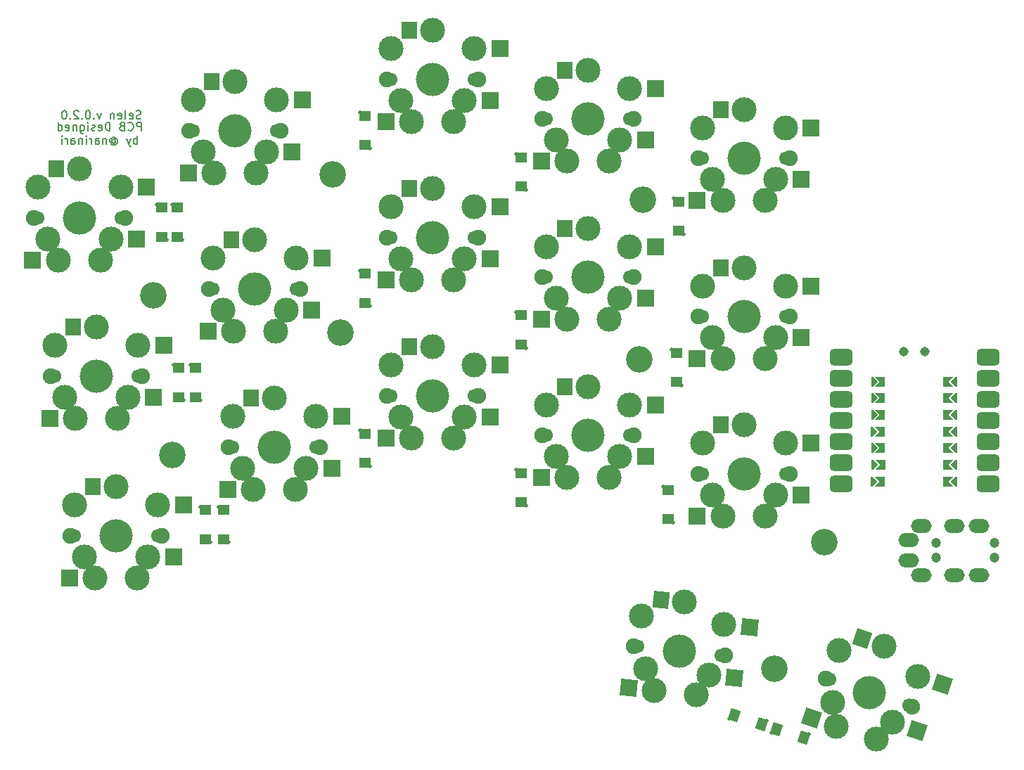
<source format=gbs>
%TF.GenerationSoftware,KiCad,Pcbnew,(6.0.7)*%
%TF.CreationDate,2022-09-04T11:35:24+09:00*%
%TF.ProjectId,selen-full,73656c65-6e2d-4667-956c-6c2e6b696361,rev?*%
%TF.SameCoordinates,Original*%
%TF.FileFunction,Soldermask,Bot*%
%TF.FilePolarity,Negative*%
%FSLAX46Y46*%
G04 Gerber Fmt 4.6, Leading zero omitted, Abs format (unit mm)*
G04 Created by KiCad (PCBNEW (6.0.7)) date 2022-09-04 11:35:24*
%MOMM*%
%LPD*%
G01*
G04 APERTURE LIST*
G04 Aperture macros list*
%AMRoundRect*
0 Rectangle with rounded corners*
0 $1 Rounding radius*
0 $2 $3 $4 $5 $6 $7 $8 $9 X,Y pos of 4 corners*
0 Add a 4 corners polygon primitive as box body*
4,1,4,$2,$3,$4,$5,$6,$7,$8,$9,$2,$3,0*
0 Add four circle primitives for the rounded corners*
1,1,$1+$1,$2,$3*
1,1,$1+$1,$4,$5*
1,1,$1+$1,$6,$7*
1,1,$1+$1,$8,$9*
0 Add four rect primitives between the rounded corners*
20,1,$1+$1,$2,$3,$4,$5,0*
20,1,$1+$1,$4,$5,$6,$7,0*
20,1,$1+$1,$6,$7,$8,$9,0*
20,1,$1+$1,$8,$9,$2,$3,0*%
%AMRotRect*
0 Rectangle, with rotation*
0 The origin of the aperture is its center*
0 $1 length*
0 $2 width*
0 $3 Rotation angle, in degrees counterclockwise*
0 Add horizontal line*
21,1,$1,$2,0,0,$3*%
%AMFreePoly0*
4,1,6,0.600000,0.200000,0.000000,-0.400000,-0.600000,0.200000,-0.600000,0.400000,0.600000,0.400000,0.600000,0.200000,0.600000,0.200000,$1*%
%AMFreePoly1*
4,1,6,0.600000,-0.250000,-0.600000,-0.250000,-0.600000,1.000000,0.000000,0.400000,0.600000,1.000000,0.600000,-0.250000,0.600000,-0.250000,$1*%
G04 Aperture macros list end*
%ADD10C,0.150000*%
%ADD11R,1.400000X1.200000*%
%ADD12C,0.500000*%
%ADD13RotRect,1.200000X1.400000X342.000000*%
%ADD14C,3.200000*%
%ADD15C,3.000000*%
%ADD16C,1.700000*%
%ADD17C,1.900000*%
%ADD18C,4.000000*%
%ADD19R,2.000000X2.000000*%
%ADD20R,1.900000X2.000000*%
%ADD21RotRect,2.000000X2.000000X354.000000*%
%ADD22RotRect,1.900000X2.000000X354.000000*%
%ADD23RotRect,1.200000X1.400000X162.000000*%
%ADD24RotRect,2.000000X2.000000X342.000000*%
%ADD25RotRect,1.900000X2.000000X342.000000*%
%ADD26C,1.200000*%
%ADD27O,2.500000X1.700000*%
%ADD28RoundRect,0.499745X-0.874395X-0.499745X0.874395X-0.499745X0.874395X0.499745X-0.874395X0.499745X0*%
%ADD29FreePoly0,270.000000*%
%ADD30FreePoly0,90.000000*%
%ADD31FreePoly1,90.000000*%
%ADD32FreePoly1,270.000000*%
%ADD33C,1.143000*%
G04 APERTURE END LIST*
D10*
X107761904Y-69004761D02*
X107619047Y-69052380D01*
X107380952Y-69052380D01*
X107285714Y-69004761D01*
X107238095Y-68957142D01*
X107190476Y-68861904D01*
X107190476Y-68766666D01*
X107238095Y-68671428D01*
X107285714Y-68623809D01*
X107380952Y-68576190D01*
X107571428Y-68528571D01*
X107666666Y-68480952D01*
X107714285Y-68433333D01*
X107761904Y-68338095D01*
X107761904Y-68242857D01*
X107714285Y-68147619D01*
X107666666Y-68100000D01*
X107571428Y-68052380D01*
X107333333Y-68052380D01*
X107190476Y-68100000D01*
X106380952Y-69004761D02*
X106476190Y-69052380D01*
X106666666Y-69052380D01*
X106761904Y-69004761D01*
X106809523Y-68909523D01*
X106809523Y-68528571D01*
X106761904Y-68433333D01*
X106666666Y-68385714D01*
X106476190Y-68385714D01*
X106380952Y-68433333D01*
X106333333Y-68528571D01*
X106333333Y-68623809D01*
X106809523Y-68719047D01*
X105761904Y-69052380D02*
X105857142Y-69004761D01*
X105904761Y-68909523D01*
X105904761Y-68052380D01*
X105000000Y-69004761D02*
X105095238Y-69052380D01*
X105285714Y-69052380D01*
X105380952Y-69004761D01*
X105428571Y-68909523D01*
X105428571Y-68528571D01*
X105380952Y-68433333D01*
X105285714Y-68385714D01*
X105095238Y-68385714D01*
X105000000Y-68433333D01*
X104952380Y-68528571D01*
X104952380Y-68623809D01*
X105428571Y-68719047D01*
X104523809Y-68385714D02*
X104523809Y-69052380D01*
X104523809Y-68480952D02*
X104476190Y-68433333D01*
X104380952Y-68385714D01*
X104238095Y-68385714D01*
X104142857Y-68433333D01*
X104095238Y-68528571D01*
X104095238Y-69052380D01*
X102952380Y-68385714D02*
X102714285Y-69052380D01*
X102476190Y-68385714D01*
X102095238Y-68957142D02*
X102047619Y-69004761D01*
X102095238Y-69052380D01*
X102142857Y-69004761D01*
X102095238Y-68957142D01*
X102095238Y-69052380D01*
X101428571Y-68052380D02*
X101333333Y-68052380D01*
X101238095Y-68100000D01*
X101190476Y-68147619D01*
X101142857Y-68242857D01*
X101095238Y-68433333D01*
X101095238Y-68671428D01*
X101142857Y-68861904D01*
X101190476Y-68957142D01*
X101238095Y-69004761D01*
X101333333Y-69052380D01*
X101428571Y-69052380D01*
X101523809Y-69004761D01*
X101571428Y-68957142D01*
X101619047Y-68861904D01*
X101666666Y-68671428D01*
X101666666Y-68433333D01*
X101619047Y-68242857D01*
X101571428Y-68147619D01*
X101523809Y-68100000D01*
X101428571Y-68052380D01*
X100666666Y-68957142D02*
X100619047Y-69004761D01*
X100666666Y-69052380D01*
X100714285Y-69004761D01*
X100666666Y-68957142D01*
X100666666Y-69052380D01*
X100238095Y-68147619D02*
X100190476Y-68100000D01*
X100095238Y-68052380D01*
X99857142Y-68052380D01*
X99761904Y-68100000D01*
X99714285Y-68147619D01*
X99666666Y-68242857D01*
X99666666Y-68338095D01*
X99714285Y-68480952D01*
X100285714Y-69052380D01*
X99666666Y-69052380D01*
X99238095Y-68957142D02*
X99190476Y-69004761D01*
X99238095Y-69052380D01*
X99285714Y-69004761D01*
X99238095Y-68957142D01*
X99238095Y-69052380D01*
X98571428Y-68052380D02*
X98476190Y-68052380D01*
X98380952Y-68100000D01*
X98333333Y-68147619D01*
X98285714Y-68242857D01*
X98238095Y-68433333D01*
X98238095Y-68671428D01*
X98285714Y-68861904D01*
X98333333Y-68957142D01*
X98380952Y-69004761D01*
X98476190Y-69052380D01*
X98571428Y-69052380D01*
X98666666Y-69004761D01*
X98714285Y-68957142D01*
X98761904Y-68861904D01*
X98809523Y-68671428D01*
X98809523Y-68433333D01*
X98761904Y-68242857D01*
X98714285Y-68147619D01*
X98666666Y-68100000D01*
X98571428Y-68052380D01*
X107800000Y-70447380D02*
X107800000Y-69447380D01*
X107419047Y-69447380D01*
X107323809Y-69495000D01*
X107276190Y-69542619D01*
X107228571Y-69637857D01*
X107228571Y-69780714D01*
X107276190Y-69875952D01*
X107323809Y-69923571D01*
X107419047Y-69971190D01*
X107800000Y-69971190D01*
X106228571Y-70352142D02*
X106276190Y-70399761D01*
X106419047Y-70447380D01*
X106514285Y-70447380D01*
X106657142Y-70399761D01*
X106752380Y-70304523D01*
X106800000Y-70209285D01*
X106847619Y-70018809D01*
X106847619Y-69875952D01*
X106800000Y-69685476D01*
X106752380Y-69590238D01*
X106657142Y-69495000D01*
X106514285Y-69447380D01*
X106419047Y-69447380D01*
X106276190Y-69495000D01*
X106228571Y-69542619D01*
X105466666Y-69923571D02*
X105323809Y-69971190D01*
X105276190Y-70018809D01*
X105228571Y-70114047D01*
X105228571Y-70256904D01*
X105276190Y-70352142D01*
X105323809Y-70399761D01*
X105419047Y-70447380D01*
X105800000Y-70447380D01*
X105800000Y-69447380D01*
X105466666Y-69447380D01*
X105371428Y-69495000D01*
X105323809Y-69542619D01*
X105276190Y-69637857D01*
X105276190Y-69733095D01*
X105323809Y-69828333D01*
X105371428Y-69875952D01*
X105466666Y-69923571D01*
X105800000Y-69923571D01*
X104038095Y-70447380D02*
X104038095Y-69447380D01*
X103800000Y-69447380D01*
X103657142Y-69495000D01*
X103561904Y-69590238D01*
X103514285Y-69685476D01*
X103466666Y-69875952D01*
X103466666Y-70018809D01*
X103514285Y-70209285D01*
X103561904Y-70304523D01*
X103657142Y-70399761D01*
X103800000Y-70447380D01*
X104038095Y-70447380D01*
X102657142Y-70399761D02*
X102752380Y-70447380D01*
X102942857Y-70447380D01*
X103038095Y-70399761D01*
X103085714Y-70304523D01*
X103085714Y-69923571D01*
X103038095Y-69828333D01*
X102942857Y-69780714D01*
X102752380Y-69780714D01*
X102657142Y-69828333D01*
X102609523Y-69923571D01*
X102609523Y-70018809D01*
X103085714Y-70114047D01*
X102228571Y-70399761D02*
X102133333Y-70447380D01*
X101942857Y-70447380D01*
X101847619Y-70399761D01*
X101800000Y-70304523D01*
X101800000Y-70256904D01*
X101847619Y-70161666D01*
X101942857Y-70114047D01*
X102085714Y-70114047D01*
X102180952Y-70066428D01*
X102228571Y-69971190D01*
X102228571Y-69923571D01*
X102180952Y-69828333D01*
X102085714Y-69780714D01*
X101942857Y-69780714D01*
X101847619Y-69828333D01*
X101371428Y-70447380D02*
X101371428Y-69780714D01*
X101371428Y-69447380D02*
X101419047Y-69495000D01*
X101371428Y-69542619D01*
X101323809Y-69495000D01*
X101371428Y-69447380D01*
X101371428Y-69542619D01*
X100466666Y-69780714D02*
X100466666Y-70590238D01*
X100514285Y-70685476D01*
X100561904Y-70733095D01*
X100657142Y-70780714D01*
X100800000Y-70780714D01*
X100895238Y-70733095D01*
X100466666Y-70399761D02*
X100561904Y-70447380D01*
X100752380Y-70447380D01*
X100847619Y-70399761D01*
X100895238Y-70352142D01*
X100942857Y-70256904D01*
X100942857Y-69971190D01*
X100895238Y-69875952D01*
X100847619Y-69828333D01*
X100752380Y-69780714D01*
X100561904Y-69780714D01*
X100466666Y-69828333D01*
X99990476Y-69780714D02*
X99990476Y-70447380D01*
X99990476Y-69875952D02*
X99942857Y-69828333D01*
X99847619Y-69780714D01*
X99704761Y-69780714D01*
X99609523Y-69828333D01*
X99561904Y-69923571D01*
X99561904Y-70447380D01*
X98704761Y-70399761D02*
X98800000Y-70447380D01*
X98990476Y-70447380D01*
X99085714Y-70399761D01*
X99133333Y-70304523D01*
X99133333Y-69923571D01*
X99085714Y-69828333D01*
X98990476Y-69780714D01*
X98800000Y-69780714D01*
X98704761Y-69828333D01*
X98657142Y-69923571D01*
X98657142Y-70018809D01*
X99133333Y-70114047D01*
X97800000Y-70447380D02*
X97800000Y-69447380D01*
X97800000Y-70399761D02*
X97895238Y-70447380D01*
X98085714Y-70447380D01*
X98180952Y-70399761D01*
X98228571Y-70352142D01*
X98276190Y-70256904D01*
X98276190Y-69971190D01*
X98228571Y-69875952D01*
X98180952Y-69828333D01*
X98085714Y-69780714D01*
X97895238Y-69780714D01*
X97800000Y-69828333D01*
X107323809Y-72057380D02*
X107323809Y-71057380D01*
X107323809Y-71438333D02*
X107228571Y-71390714D01*
X107038095Y-71390714D01*
X106942857Y-71438333D01*
X106895238Y-71485952D01*
X106847619Y-71581190D01*
X106847619Y-71866904D01*
X106895238Y-71962142D01*
X106942857Y-72009761D01*
X107038095Y-72057380D01*
X107228571Y-72057380D01*
X107323809Y-72009761D01*
X106514285Y-71390714D02*
X106276190Y-72057380D01*
X106038095Y-71390714D02*
X106276190Y-72057380D01*
X106371428Y-72295476D01*
X106419047Y-72343095D01*
X106514285Y-72390714D01*
X104276190Y-71581190D02*
X104323809Y-71533571D01*
X104419047Y-71485952D01*
X104514285Y-71485952D01*
X104609523Y-71533571D01*
X104657142Y-71581190D01*
X104704761Y-71676428D01*
X104704761Y-71771666D01*
X104657142Y-71866904D01*
X104609523Y-71914523D01*
X104514285Y-71962142D01*
X104419047Y-71962142D01*
X104323809Y-71914523D01*
X104276190Y-71866904D01*
X104276190Y-71485952D02*
X104276190Y-71866904D01*
X104228571Y-71914523D01*
X104180952Y-71914523D01*
X104085714Y-71866904D01*
X104038095Y-71771666D01*
X104038095Y-71533571D01*
X104133333Y-71390714D01*
X104276190Y-71295476D01*
X104466666Y-71247857D01*
X104657142Y-71295476D01*
X104800000Y-71390714D01*
X104895238Y-71533571D01*
X104942857Y-71724047D01*
X104895238Y-71914523D01*
X104800000Y-72057380D01*
X104657142Y-72152619D01*
X104466666Y-72200238D01*
X104276190Y-72152619D01*
X104133333Y-72057380D01*
X103609523Y-71390714D02*
X103609523Y-72057380D01*
X103609523Y-71485952D02*
X103561904Y-71438333D01*
X103466666Y-71390714D01*
X103323809Y-71390714D01*
X103228571Y-71438333D01*
X103180952Y-71533571D01*
X103180952Y-72057380D01*
X102276190Y-72057380D02*
X102276190Y-71533571D01*
X102323809Y-71438333D01*
X102419047Y-71390714D01*
X102609523Y-71390714D01*
X102704761Y-71438333D01*
X102276190Y-72009761D02*
X102371428Y-72057380D01*
X102609523Y-72057380D01*
X102704761Y-72009761D01*
X102752380Y-71914523D01*
X102752380Y-71819285D01*
X102704761Y-71724047D01*
X102609523Y-71676428D01*
X102371428Y-71676428D01*
X102276190Y-71628809D01*
X101800000Y-72057380D02*
X101800000Y-71390714D01*
X101800000Y-71581190D02*
X101752380Y-71485952D01*
X101704761Y-71438333D01*
X101609523Y-71390714D01*
X101514285Y-71390714D01*
X101180952Y-72057380D02*
X101180952Y-71390714D01*
X101180952Y-71057380D02*
X101228571Y-71105000D01*
X101180952Y-71152619D01*
X101133333Y-71105000D01*
X101180952Y-71057380D01*
X101180952Y-71152619D01*
X100704761Y-71390714D02*
X100704761Y-72057380D01*
X100704761Y-71485952D02*
X100657142Y-71438333D01*
X100561904Y-71390714D01*
X100419047Y-71390714D01*
X100323809Y-71438333D01*
X100276190Y-71533571D01*
X100276190Y-72057380D01*
X99371428Y-72057380D02*
X99371428Y-71533571D01*
X99419047Y-71438333D01*
X99514285Y-71390714D01*
X99704761Y-71390714D01*
X99800000Y-71438333D01*
X99371428Y-72009761D02*
X99466666Y-72057380D01*
X99704761Y-72057380D01*
X99800000Y-72009761D01*
X99847619Y-71914523D01*
X99847619Y-71819285D01*
X99800000Y-71724047D01*
X99704761Y-71676428D01*
X99466666Y-71676428D01*
X99371428Y-71628809D01*
X98895238Y-72057380D02*
X98895238Y-71390714D01*
X98895238Y-71581190D02*
X98847619Y-71485952D01*
X98800000Y-71438333D01*
X98704761Y-71390714D01*
X98609523Y-71390714D01*
X98276190Y-72057380D02*
X98276190Y-71390714D01*
X98276190Y-71057380D02*
X98323809Y-71105000D01*
X98276190Y-71152619D01*
X98228571Y-71105000D01*
X98276190Y-71057380D01*
X98276190Y-71152619D01*
D11*
%TO.C,D9*%
X153500000Y-96200000D03*
D12*
X154100000Y-96600000D03*
X152900000Y-92300000D03*
D11*
X153500000Y-92700000D03*
%TD*%
D12*
%TO.C,D4*%
X154100000Y-77600000D03*
D11*
X153500000Y-77200000D03*
X153500000Y-73700000D03*
D12*
X152900000Y-73300000D03*
%TD*%
%TO.C,D12*%
X118350000Y-120034000D03*
D11*
X117750000Y-119634000D03*
X117750000Y-116134000D03*
D12*
X117150000Y-115734000D03*
%TD*%
%TO.C,D17*%
X183684167Y-142947027D03*
D13*
X184250000Y-142500000D03*
X187578698Y-143581560D03*
D12*
X188144531Y-143134532D03*
%TD*%
D14*
%TO.C,REF\u002A\u002A*%
X190000000Y-120000000D03*
X190000000Y-120000000D03*
%TD*%
D15*
%TO.C,SW1*%
X97790000Y-86042500D03*
D16*
X105410000Y-80962500D03*
X95250000Y-80962500D03*
D15*
X96520000Y-83502500D03*
X95330000Y-77262500D03*
D17*
X105830000Y-80962500D03*
X94830000Y-80962500D03*
D15*
X104140000Y-83502500D03*
X100330000Y-75062500D03*
X102870000Y-86042500D03*
X105330000Y-77262500D03*
D18*
X100330000Y-80962500D03*
D19*
X107230000Y-83502500D03*
X108430000Y-77262500D03*
D20*
X97530000Y-75062500D03*
D19*
X94730000Y-86042500D03*
%TD*%
D15*
%TO.C,SW13*%
X140335000Y-107473750D03*
X142875000Y-96493750D03*
D18*
X142875000Y-102393750D03*
D15*
X147875000Y-98693750D03*
X137875000Y-98693750D03*
X146685000Y-104933750D03*
D17*
X137375000Y-102393750D03*
D16*
X137795000Y-102393750D03*
D15*
X139065000Y-104933750D03*
X145415000Y-107473750D03*
D16*
X147955000Y-102393750D03*
D17*
X148375000Y-102393750D03*
D19*
X150975000Y-98693750D03*
X149775000Y-104933750D03*
X137275000Y-107473750D03*
D20*
X140075000Y-96493750D03*
%TD*%
D12*
%TO.C,D15*%
X171850000Y-117600000D03*
D11*
X171250000Y-117200000D03*
X171250000Y-113700000D03*
D12*
X170650000Y-113300000D03*
%TD*%
D14*
%TO.C,REF\u002A\u002A*%
X168200000Y-78800000D03*
X168200000Y-78800000D03*
%TD*%
D12*
%TO.C,D8*%
X134150000Y-87300000D03*
D11*
X134750000Y-87700000D03*
X134750000Y-91200000D03*
D12*
X135350000Y-91600000D03*
%TD*%
D14*
%TO.C,REF\u002A\u002A*%
X111500000Y-109500000D03*
X111500000Y-109500000D03*
%TD*%
D15*
%TO.C,SW7*%
X126443750Y-85835000D03*
X118903750Y-94615000D03*
D17*
X126943750Y-89535000D03*
D16*
X116363750Y-89535000D03*
D15*
X121443750Y-83635000D03*
X116443750Y-85835000D03*
X117633750Y-92075000D03*
X123983750Y-94615000D03*
D18*
X121443750Y-89535000D03*
D17*
X115943750Y-89535000D03*
D15*
X125253750Y-92075000D03*
D16*
X126523750Y-89535000D03*
D19*
X129543750Y-85835000D03*
X128343750Y-92075000D03*
D20*
X118643750Y-83635000D03*
D19*
X115843750Y-94615000D03*
%TD*%
D12*
%TO.C,D11*%
X116100000Y-120034000D03*
D11*
X115500000Y-119634000D03*
D12*
X114900000Y-115734000D03*
D11*
X115500000Y-116134000D03*
%TD*%
D14*
%TO.C,REF\u002A\u002A*%
X130810000Y-75692000D03*
X130810000Y-75692000D03*
%TD*%
D15*
%TO.C,SW6*%
X107393750Y-96312500D03*
D17*
X96893750Y-100012500D03*
D16*
X107473750Y-100012500D03*
D15*
X97393750Y-96312500D03*
X98583750Y-102552500D03*
D18*
X102393750Y-100012500D03*
D15*
X99853750Y-105092500D03*
X106203750Y-102552500D03*
D17*
X107893750Y-100012500D03*
D15*
X104933750Y-105092500D03*
X102393750Y-94112500D03*
D16*
X97313750Y-100012500D03*
D19*
X109293750Y-102552500D03*
X110493750Y-96312500D03*
X96793750Y-105092500D03*
D20*
X99593750Y-94112500D03*
%TD*%
D14*
%TO.C,REF\u002A\u002A*%
X109250000Y-90250000D03*
X109250000Y-90250000D03*
%TD*%
D18*
%TO.C,SW11*%
X104775000Y-119221250D03*
D16*
X109855000Y-119221250D03*
D15*
X107315000Y-124301250D03*
D17*
X99275000Y-119221250D03*
D15*
X108585000Y-121761250D03*
X99775000Y-115521250D03*
D16*
X99695000Y-119221250D03*
D17*
X110275000Y-119221250D03*
D15*
X100965000Y-121761250D03*
X104775000Y-113321250D03*
X109775000Y-115521250D03*
X102235000Y-124301250D03*
D19*
X112875000Y-115521250D03*
X111675000Y-121761250D03*
X99175000Y-124301250D03*
D20*
X101975000Y-113321250D03*
%TD*%
D17*
%TO.C,SW8*%
X137375000Y-83343750D03*
D15*
X147875000Y-79643750D03*
X145415000Y-88423750D03*
D18*
X142875000Y-83343750D03*
D15*
X142875000Y-77443750D03*
X146685000Y-85883750D03*
X137875000Y-79643750D03*
X139065000Y-85883750D03*
D16*
X137795000Y-83343750D03*
X147955000Y-83343750D03*
D15*
X140335000Y-88423750D03*
D17*
X148375000Y-83343750D03*
D19*
X150975000Y-79643750D03*
X149775000Y-85883750D03*
D20*
X140075000Y-77443750D03*
D19*
X137275000Y-88423750D03*
%TD*%
D17*
%TO.C,SW10*%
X174840000Y-92868750D03*
D15*
X184150000Y-95408750D03*
D16*
X185420000Y-92868750D03*
D18*
X180340000Y-92868750D03*
D17*
X185840000Y-92868750D03*
D15*
X175340000Y-89168750D03*
X180340000Y-86968750D03*
X176530000Y-95408750D03*
D16*
X175260000Y-92868750D03*
D15*
X185340000Y-89168750D03*
X177800000Y-97948750D03*
X182880000Y-97948750D03*
D19*
X187240000Y-95408750D03*
X188440000Y-89168750D03*
D20*
X177540000Y-86968750D03*
D19*
X174740000Y-97948750D03*
%TD*%
D16*
%TO.C,SW15*%
X185420000Y-111760000D03*
X175260000Y-111760000D03*
D15*
X185340000Y-108060000D03*
D17*
X185840000Y-111760000D03*
X174840000Y-111760000D03*
D15*
X180340000Y-105860000D03*
X176530000Y-114300000D03*
X177800000Y-116840000D03*
X175340000Y-108060000D03*
D18*
X180340000Y-111760000D03*
D15*
X184150000Y-114300000D03*
X182880000Y-116840000D03*
D19*
X188440000Y-108060000D03*
X187240000Y-114300000D03*
D20*
X177540000Y-105860000D03*
D19*
X174740000Y-116840000D03*
%TD*%
D16*
%TO.C,SW3*%
X137795000Y-64293750D03*
D15*
X147875000Y-60593750D03*
D17*
X137375000Y-64293750D03*
X148375000Y-64293750D03*
D16*
X147955000Y-64293750D03*
D15*
X142875000Y-58393750D03*
X140335000Y-69373750D03*
X139065000Y-66833750D03*
X145415000Y-69373750D03*
D18*
X142875000Y-64293750D03*
D15*
X146685000Y-66833750D03*
X137875000Y-60593750D03*
D19*
X150975000Y-60593750D03*
X149775000Y-66833750D03*
X137275000Y-69373750D03*
D20*
X140075000Y-58393750D03*
%TD*%
D16*
%TO.C,SW16*%
X167528961Y-132565577D03*
D15*
X168526501Y-135224414D03*
D17*
X167111262Y-132521675D03*
D18*
X172581132Y-133096582D03*
D15*
X173197850Y-127228903D03*
X176104758Y-136020921D03*
X177940497Y-129939493D03*
X169524042Y-137883251D03*
D16*
X177633303Y-133627587D03*
D17*
X178051002Y-133671489D03*
D15*
X174576213Y-138414256D03*
X167995278Y-128894209D03*
D21*
X179177831Y-136343914D03*
X181023515Y-130263532D03*
D22*
X170413189Y-126936223D03*
D21*
X166480805Y-137563394D03*
%TD*%
D11*
%TO.C,D3*%
X134750000Y-72200000D03*
D12*
X135350000Y-72600000D03*
D11*
X134750000Y-68700000D03*
D12*
X134150000Y-68300000D03*
%TD*%
%TO.C,D5*%
X173100000Y-82900000D03*
D11*
X172500000Y-82500000D03*
D12*
X171900000Y-78600000D03*
D11*
X172500000Y-79000000D03*
%TD*%
%TO.C,D1*%
X110236000Y-83234000D03*
D12*
X110836000Y-83634000D03*
X109636000Y-79334000D03*
D11*
X110236000Y-79734000D03*
%TD*%
D15*
%TO.C,SW2*%
X122872500Y-73025000D03*
X115252500Y-73025000D03*
X114062500Y-66785000D03*
D16*
X113982500Y-70485000D03*
D15*
X119062500Y-64585000D03*
D18*
X119062500Y-70485000D03*
D15*
X121602500Y-75565000D03*
X124062500Y-66785000D03*
D17*
X113562500Y-70485000D03*
D16*
X124142500Y-70485000D03*
D17*
X124562500Y-70485000D03*
D15*
X116522500Y-75565000D03*
D19*
X127162500Y-66785000D03*
X125962500Y-73025000D03*
X113462500Y-75565000D03*
D20*
X116262500Y-64585000D03*
%TD*%
D16*
%TO.C,SW9*%
X166687500Y-88106250D03*
D18*
X161607500Y-88106250D03*
D15*
X165417500Y-90646250D03*
X164147500Y-93186250D03*
X159067500Y-93186250D03*
X161607500Y-82206250D03*
D17*
X156107500Y-88106250D03*
D15*
X157797500Y-90646250D03*
D16*
X156527500Y-88106250D03*
D15*
X156607500Y-84406250D03*
D17*
X167107500Y-88106250D03*
D15*
X166607500Y-84406250D03*
D19*
X168507500Y-90646250D03*
X169707500Y-84406250D03*
X156007500Y-93186250D03*
D20*
X158807500Y-82206250D03*
%TD*%
D15*
%TO.C,SW5*%
X182880000Y-78898750D03*
X184150000Y-76358750D03*
X175340000Y-70118750D03*
X177800000Y-78898750D03*
D16*
X175260000Y-73818750D03*
D17*
X185840000Y-73818750D03*
D18*
X180340000Y-73818750D03*
D17*
X174840000Y-73818750D03*
D15*
X176530000Y-76358750D03*
X185340000Y-70118750D03*
D16*
X185420000Y-73818750D03*
D15*
X180340000Y-67918750D03*
D19*
X188440000Y-70118750D03*
X187240000Y-76358750D03*
X174740000Y-78898750D03*
D20*
X177540000Y-67918750D03*
%TD*%
D23*
%TO.C,D16*%
X182490546Y-141928318D03*
D12*
X183056379Y-141481291D03*
D23*
X179161848Y-140846758D03*
D12*
X178596015Y-141293786D03*
%TD*%
D14*
%TO.C,REF\u002A\u002A*%
X167750000Y-98000000D03*
X167750000Y-98000000D03*
%TD*%
D12*
%TO.C,D13*%
X135350000Y-110850000D03*
D11*
X134750000Y-110450000D03*
D12*
X134150000Y-106550000D03*
D11*
X134750000Y-106950000D03*
%TD*%
%TO.C,D10*%
X172250000Y-100700000D03*
D12*
X172850000Y-101100000D03*
D11*
X172250000Y-97200000D03*
D12*
X171650000Y-96800000D03*
%TD*%
D15*
%TO.C,SW17*%
X197230103Y-132501267D03*
X190998475Y-139350829D03*
D16*
X200238270Y-139682306D03*
D15*
X191421413Y-142158964D03*
X191794983Y-133048506D03*
X196252780Y-143728770D03*
D17*
X200637714Y-139812093D03*
D18*
X195406903Y-138112500D03*
D17*
X190176092Y-136412907D03*
D15*
X198245525Y-141705538D03*
D16*
X190575536Y-136542694D03*
D15*
X201305548Y-136138676D03*
D24*
X204253824Y-137096629D03*
X201184290Y-142660401D03*
X188511180Y-141213372D03*
D25*
X194567145Y-131636019D03*
%TD*%
D15*
%TO.C,SW12*%
X121285000Y-113665000D03*
D16*
X128905000Y-108585000D03*
D18*
X123825000Y-108585000D03*
D16*
X118745000Y-108585000D03*
D15*
X126365000Y-113665000D03*
X120015000Y-111125000D03*
D17*
X118325000Y-108585000D03*
D15*
X118825000Y-104885000D03*
X128825000Y-104885000D03*
X123825000Y-102685000D03*
D17*
X129325000Y-108585000D03*
D15*
X127635000Y-111125000D03*
D19*
X130725000Y-111125000D03*
X131925000Y-104885000D03*
X118225000Y-113665000D03*
D20*
X121025000Y-102685000D03*
%TD*%
D12*
%TO.C,D14*%
X154100000Y-115600000D03*
D11*
X153500000Y-115200000D03*
D12*
X152900000Y-111300000D03*
D11*
X153500000Y-111700000D03*
%TD*%
D26*
%TO.C,J1*%
X203484000Y-120125000D03*
X210484000Y-120125000D03*
X210484000Y-121875000D03*
X203484000Y-121875000D03*
D27*
X200184000Y-122225000D03*
X200184000Y-119775000D03*
X208684000Y-118025000D03*
X208684000Y-123975000D03*
X205684000Y-123975000D03*
X205684000Y-118025000D03*
X201684000Y-118025000D03*
X201684000Y-123975000D03*
%TD*%
D12*
%TO.C,D2*%
X112711000Y-83634000D03*
D11*
X112111000Y-83234000D03*
X112111000Y-79734000D03*
D12*
X111511000Y-79334000D03*
%TD*%
D15*
%TO.C,SW14*%
X157797500Y-109696250D03*
D17*
X156107500Y-107156250D03*
D18*
X161607500Y-107156250D03*
D16*
X156527500Y-107156250D03*
D15*
X161607500Y-101256250D03*
X156607500Y-103456250D03*
X166607500Y-103456250D03*
D17*
X167107500Y-107156250D03*
D16*
X166687500Y-107156250D03*
D15*
X165417500Y-109696250D03*
X159067500Y-112236250D03*
X164147500Y-112236250D03*
D19*
X168507500Y-109696250D03*
X169707500Y-103456250D03*
X156007500Y-112236250D03*
D20*
X158807500Y-101256250D03*
%TD*%
D11*
%TO.C,D7*%
X114300000Y-102538000D03*
D12*
X114900000Y-102938000D03*
X113700000Y-98638000D03*
D11*
X114300000Y-99038000D03*
%TD*%
D17*
%TO.C,SW4*%
X167107500Y-69056250D03*
D15*
X165417500Y-71596250D03*
X161607500Y-63156250D03*
X156607500Y-65356250D03*
D16*
X166687500Y-69056250D03*
D18*
X161607500Y-69056250D03*
D16*
X156527500Y-69056250D03*
D15*
X166607500Y-65356250D03*
X157797500Y-71596250D03*
D17*
X156107500Y-69056250D03*
D15*
X159067500Y-74136250D03*
X164147500Y-74136250D03*
D19*
X168507500Y-71596250D03*
X169707500Y-65356250D03*
X156007500Y-74136250D03*
D20*
X158807500Y-63156250D03*
%TD*%
D28*
%TO.C,U1*%
X192088184Y-107891296D03*
D29*
X205588184Y-100687504D03*
D28*
X209755064Y-102811296D03*
X209755064Y-110431296D03*
D30*
X196063796Y-106687504D03*
D28*
X209755064Y-100271296D03*
X209755064Y-105351296D03*
D29*
X205563796Y-106687504D03*
X205588184Y-110687504D03*
X205588184Y-102687504D03*
D30*
X196088184Y-104687504D03*
X196112572Y-110687504D03*
D28*
X192088184Y-110431296D03*
D29*
X205563796Y-112687504D03*
D28*
X192088184Y-105351296D03*
X192088184Y-102811296D03*
X192088184Y-112971296D03*
D30*
X196088184Y-108687504D03*
X196088184Y-100687504D03*
D28*
X209755064Y-107891296D03*
D30*
X196063796Y-112687504D03*
D28*
X192088184Y-100271296D03*
D30*
X196088184Y-102687504D03*
D28*
X192088184Y-97731296D03*
X209755064Y-97731296D03*
D29*
X205588184Y-104687504D03*
D28*
X209755064Y-112971296D03*
D29*
X205588184Y-108687504D03*
D31*
X197088184Y-100687504D03*
X197088184Y-102687504D03*
X197088184Y-104687504D03*
X197063796Y-106687504D03*
X197088184Y-108687504D03*
X197112572Y-110687504D03*
X197063796Y-112687504D03*
D32*
X204563796Y-112687504D03*
X204588184Y-110687504D03*
X204588184Y-108687504D03*
X204563796Y-106687504D03*
X204588184Y-104687504D03*
X204588184Y-102687504D03*
X204588184Y-100687504D03*
D33*
X202139381Y-97044929D03*
X199599381Y-97044929D03*
%TD*%
D14*
%TO.C,REF\u002A\u002A*%
X184000000Y-135250000D03*
X184000000Y-135250000D03*
%TD*%
%TO.C,REF\u002A\u002A*%
X131800000Y-94800000D03*
X131800000Y-94800000D03*
%TD*%
D11*
%TO.C,D6*%
X112268000Y-102538000D03*
D12*
X112868000Y-102938000D03*
D11*
X112268000Y-99038000D03*
D12*
X111668000Y-98638000D03*
%TD*%
M02*

</source>
